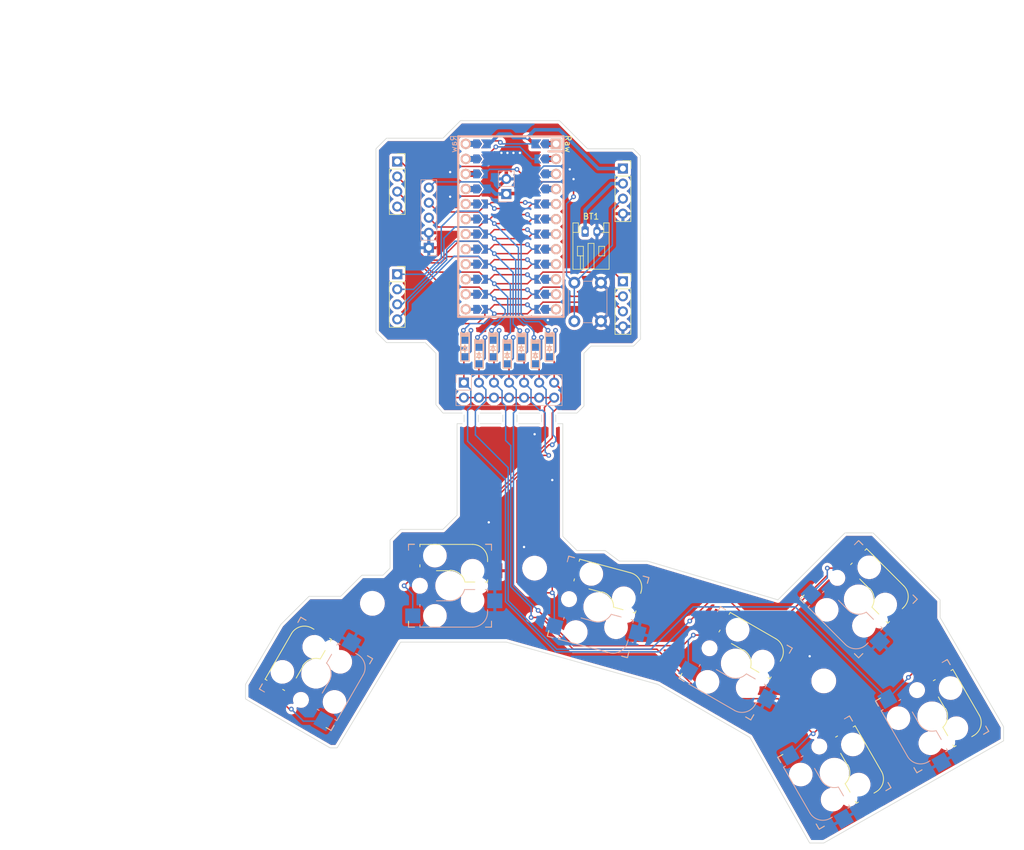
<source format=kicad_pcb>
(kicad_pcb (version 20211014) (generator pcbnew)
  (layers (0 "F.Cu" signal) (31 "B.Cu" signal) (34 "B.Paste" user) (35 "F.Paste" user) (36 "B.SilkS" user "B.Silkscreen") (37 "F.SilkS" user "F.Silkscreen") (38 "B.Mask" user) (39 "F.Mask" user) (44 "Edge.Cuts" user))
  (net 0 "")
  (net 1 "unconnected-(U1-Pad20)")
  (net 2 "RST")
  (net 3 "Bat+")
  (net 4 "row0")
  (net 5 "row1")
  (net 6 "row2")
  (net 7 "row3")
  (net 8 "row4")
  (net 9 "col0")
  (net 10 "col1")
  (net 11 "col2")
  (net 12 "col3")
  (net 13 "col4")
  (net 14 "col5")
  (net 15 "col6")
  (net 16 "GND")
  (net 17 "unconnected-(U1-Pad1)")
  (net 18 "unconnected-(U1-Pad2)")
  (net 19 "unconnected-(U1-Pad7)")
  (net 20 "Net-(BT1-Pad1)")
  (net 21 "Net-(D40-Pad2)")
  (net 22 "Net-(D41-Pad2)")
  (net 23 "Net-(D42-Pad2)")
  (net 24 "Net-(D43-Pad2)")
  (net 25 "Net-(D44-Pad2)")
  (net 26 "Net-(D45-Pad2)")
  (net 27 "Net-(D46-Pad2)")
  (net 28 "VCC")
  (net 29 "SDA")
  (net 30 "SCL")
  (footprint "Connector_JST:JST_PH_S2B-PH-K_1x02_P2.00mm_Horizontal" (layer "F.Cu") (at 106.751653 53.281259)
    (fp_text reference "BT1")
    (fp_text value "Battery_Cell")
  )
  (footprint "mykeeb:Kailh_socket_MX_reversible_1u" (layer "F.Cu") (at 152.922666 115.377498 -45)
    (fp_text reference "K46" hide)
    (fp_text value "KEYSW")
  )
  (footprint "mykeeb:breakaway" (layer "F.Cu") (at 100.607897 83.939133)
    (fp_text reference "H3" hide)
    (fp_text value "Hole" hide)
  )
  (footprint "Connector_PinSocket_2.54mm:PinSocket_1x04_P2.54mm_Vertical" (layer "F.Cu") (at 75.034335 41.443747)
    (fp_text reference "J10" hide)
    (fp_text value "Conn_01x04_Female")
  )
  (footprint "mykeeb:Kailh_socket_MX_reversible_1u" (layer "F.Cu") (at 165.326048 135.136051 -60)
    (fp_text reference "K45" hide)
    (fp_text value "KEYSW")
  )
  (footprint "Connector_PinSocket_2.54mm:PinSocket_1x04_P2.54mm_Vertical" (layer "F.Cu") (at 75.034335 60.493763)
    (fp_text reference "J8" hide)
    (fp_text value "Conn_01x04_Female")
  )
  (footprint "Connector_PinSocket_2.54mm:PinSocket_1x04_P2.54mm_Vertical" (layer "F.Cu") (at 113.134367 42.634373)
    (fp_text reference "J12" hide)
    (fp_text value "Conn_01x04_Female")
  )
  (footprint "mykeeb:my_dual_D_SOD123F_v2b" (layer "F.Cu") (at 86.453501 69.969023 -90)
    (fp_text reference "D46" hide)
    (fp_text value "DIODE" hide)
  )
  (footprint "mykeeb:my_dual_D_SOD123F_v2b" (layer "F.Cu") (at 88.834753 71.159649 -90)
    (fp_text reference "D45" hide)
    (fp_text value "DIODE" hide)
  )
  (footprint "mykeeb:breakaway" (layer "F.Cu") (at 94.059454 83.939133)
    (fp_text reference "H1" hide)
    (fp_text value "Hole" hide)
  )
  (footprint "mykeeb:my_dual_D_SOD123F_v2b" (layer "F.Cu") (at 93.597257 71.159649 -90)
    (fp_text reference "D43" hide)
    (fp_text value "DIODE" hide)
  )
  (footprint "mykeeb:Kailh_socket_MX_reversible_1u" (layer "F.Cu") (at 83.939133 113.10947)
    (fp_text reference "K41" hide)
    (fp_text value "KEYSW")
  )
  (footprint "mykeeb:my_dual_D_SOD123F_v2b" (layer "F.Cu") (at 91.216005 69.969023 -90)
    (fp_text reference "D44" hide)
    (fp_text value "DIODE" hide)
  )
  (footprint "Fiducial:Fiducial_1mm_Mask2mm" (layer "F.Cu") (at 80.962568 67.865682)
    (fp_text reference "FID3" hide)
    (fp_text value "Fiducial")
  )
  (footprint "mykeeb:Kailh_socket_MX_reversible_1.25u" (layer "F.Cu") (at 108.942279 116.681348 -15)
    (fp_text reference "K42" hide)
    (fp_text value "KEYSW")
  )
  (footprint "mykeeb:Kailh_socket_MX_reversible_1u" (layer "F.Cu") (at 148.82825 144.661059 -60)
    (fp_text reference "K44" hide)
    (fp_text value "KEYSW")
  )
  (footprint "mykeeb:breakaway" (layer "F.Cu") (at 87.511011 83.939133)
    (fp_text reference "H2" hide)
    (fp_text value "Hole" hide)
  )
  (footprint "mykeeb:Kailh_socket_MX_reversible_1u" (layer "F.Cu") (at 61.317239 127.992295 60)
    (fp_text reference "K40" hide)
    (fp_text value "KEYSW")
  )
  (footprint "MountingHole:MountingHole_3.2mm_M3" (layer "F.Cu") (at 70.842247 116.086035)
    (fp_text reference "H5" hide)
    (fp_text value "MountingHole")
  )
  (footprint "mykeeb:my_dual_D_SOD123F_v2b" (layer "F.Cu") (at 95.978509 70.018771 -90)
    (fp_text reference "D42" hide)
    (fp_text value "DIODE" hide)
  )
  (footprint "mykeeb:Kailh_socket_MX_reversible_1u" (layer "F.Cu") (at 132.159486 126.206356 -30)
    (fp_text reference "K43" hide)
    (fp_text value "KEYSW")
  )
  (footprint "Fiducial:Fiducial_1mm_Mask2mm" (layer "F.Cu") (at 80.962568 41.67191)
    (fp_text reference "FID1" hide)
    (fp_text value "Fiducial")
  )
  (footprint "MountingHole:MountingHole_3.2mm_M3" (layer "F.Cu") (at 147.042311 129.182921)
    (fp_text reference "H4" hide)
    (fp_text value "MountingHole")
  )
  (footprint "Fiducial:Fiducial_1mm_Mask2mm" (layer "F.Cu") (at 104.775088 80.962568)
    (fp_text reference "FID2" hide)
    (fp_text value "Fiducial")
  )
  (footprint "mykeeb:my_dual_D_SOD123F_v2b" (layer "F.Cu") (at 98.359761 71.159649 -90)
    (fp_text reference "D41" hide)
    (fp_text value "DIODE" hide)
  )
  (footprint "MountingHole:MountingHole_3.2mm_M3" (layer "F.Cu") (at 98.226645 110.132905)
    (fp_text reference "H6" hide)
    (fp_text value "MountingHole")
  )
  (footprint "Connector_PinSocket_2.54mm:PinSocket_1x04_P2.54mm_Vertical" (layer "F.Cu") (at 113.134367 61.684389)
    (fp_text reference "J9" hide)
    (fp_text value "Conn_01x04_Female")
  )
  (footprint "mykeeb:my_dual_D_SOD123F_v2b" (layer "F.Cu") (at 100.741013 69.969023 -90)
    (fp_text reference "D40" hide)
    (fp_text value "DIODE" hide)
  )
  (footprint "Connector_PinHeader_2.54mm:PinHeader_2x07_P2.54mm_Vertical" (layer "B.Cu") (at 86.285257 78.789718 -90)
    (fp_text reference "J3" hide)
    (fp_text value "Conn_02x07_Odd_Even")
  )
  (footprint "Connector_PinSocket_2.54mm:PinSocket_1x05_P2.54mm_Vertical" (layer "B.Cu") (at 80.367152 56.018755)
    (fp_text reference "J11" hide)
    (fp_text value "Conn_01x05")
  )
  (footprint "mykeeb:my_reversible_Pro_Micro" (layer "B.Cu") (at 94.219196 52.437182 -90)
    (fp_text reference "U1" hide)
    (fp_text value "ProMicro" hide)
  )
  (footprint "Connector_PinHeader_2.54mm:PinHeader_1x02_P2.54mm_Vertical" (layer "B.Cu") (at 93.448853 46.930312)
    (fp_text reference "J2" hide)
    (fp_text value "Conn_01x02")
  )
  (footprint "Button_Switch_THT:SW_PUSH_6mm" (layer "B.Cu") (at 104.931237 61.912552 -90)
    (fp_text reference "SW1" hide)
    (fp_text value "SW_Push")
  )
  (gr_rect (start 88.701637 83.939133) (end 92.868828 85.725072) (layer "Edge.Cuts") (width 0.1) (fill none))
  (gr_rect (start 95.25008 83.939133) (end 99.417271 85.725072) (layer "Edge.Cuts") (width 0.1) (fill none))
  (gr_poly (pts (xy 107.15634 39.290658) (xy 114.895409 39.290658) (xy 116.086035 40.481284) (xy 116.110932 71.43756) (xy 114.920306 72.628186) (xy 107.751653 72.628186) (xy 106.561027 73.818812) (xy 106.561027 82.748507) (xy 105.370401 83.939133) (xy 101.798523 83.939133) (xy 101.798523 85.725072) (xy 102.989149 85.725072) (xy 102.989149 104.775088) (xy 105.370401 107.15634) (xy 110.132905 107.15634) (xy 112.514157 108.942279) (xy 117.276661 108.942279) (xy 139.303242 115.490722) (xy 150.614189 104.179775) (xy 155.376693 104.179775) (xy 166.68764 115.490722) (xy 166.68764 118.467287) (xy 177.403274 136.92199) (xy 177.403274 139.303242) (xy 147.042311 156.567319) (xy 144.661059 156.567319) (xy 134.540738 138.707929) (xy 119.0626 129.778234) (xy 93.464141 122.634478) (xy 75.604751 122.634478) (xy 64.889117 140.493868) (xy 63.698491 140.493868) (xy 49.410979 132.223597) (xy 49.410979 129.778234) (xy 55.364109 119.657913) (xy 60.126613 114.895409) (xy 65.48443 114.895409) (xy 69.056308 111.323531) (xy 72.628186 111.323531) (xy 73.818812 110.132905) (xy 73.818812 105.370401) (xy 75.604751 103.584462) (xy 82.748507 103.584462) (xy 85.129759 101.20321) (xy 85.129759 85.725072) (xy 86.320385 85.725072) (xy 86.320385 83.939133) (xy 82.748507 83.939133) (xy 81.557881 82.520344) (xy 81.557881 73.818812) (xy 79.771942 72.032873) (xy 73.223499 72.032873) (xy 71.43756 70.246934) (xy 71.43756 39.290658) (xy 73.223499 37.504719) (xy 82.748507 37.504719) (xy 85.725072 34.528154) (xy 102.418733 34.528154)) (layer "Edge.Cuts") (width 0.1) (fill none))
  (segment (start 97.775196 48.627182) (end 97.013196 49.389182) (width 0.25) (layer "F.Cu") (net 1))
  (segment (start 98.689196 48.627182) (end 97.775196 48.627182) (width 0.25) (layer "F.Cu") (net 1))
  (segment (start 97.013196 49.389182) (end 91.425196 49.389182) (width 0.25) (layer "F.Cu") (net 1))
  (via (at 91.425196 49.389182) (size 0.8) (drill 0.4) (layers "F.Cu" "B.Cu") (net 1))
  (segment (start 89.827196 48.627182) (end 90.663196 48.627182) (width 0.25) (layer "B.Cu") (net 1))
  (segment (start 90.663196 48.627182) (end 91.425196 49.389182) (width 0.25) (layer "B.Cu") (net 1))
  (segment (start 103.480105 44.886371) (end 98.04026 44.886371) (width 0.25) (layer "F.Cu") (net 2))
  (segment (start 96.701071 43.547182) (end 96.018853 43.547182) (width 0.25) (layer "F.Cu") (net 2))
  (segment (start 96.018853 43.547182) (end 95.234792 42.763121) (width 0.25) (layer "F.Cu") (net 2))
  (segment (start 104.799985 47.396877) (end 104.799985 46.206251) (width 0.25) (layer "F.Cu") (net 2))
  (segment (start 104.799985 46.206251) (end 103.480105 44.886371) (width 0.25) (layer "F.Cu") (net 2))
  (segment (start 98.04026 44.886371) (end 96.701071 43.547182) (width 0.25) (layer "F.Cu") (net 2))
  (segment (start 98.689196 43.547182) (end 96.701071 43.547182) (width 0.25) (layer "F.Cu") (net 2))
  (via (at 95.234792 42.763121) (size 0.8) (drill 0.4) (layers "F.Cu" "B.Cu") (net 2))
  (via (at 104.799985 47.396877) (size 0.8) (drill 0.4) (layers "F.Cu" "B.Cu") (net 2))
  (segment (start 90.611257 42.763121) (end 89.827196 43.547182) (width 0.25) (layer "B.Cu") (net 2))
  (segment (start 111.348531 55.588973) (end 111.348531 49.500209) (width 0.25) (layer "B.Cu") (net 2))
  (segment (start 95.234792 42.763121) (end 90.611257 42.763121) (width 0.25) (layer "B.Cu") (net 2))
  (segment (start 104.931237 62.006267) (end 111.348531 55.588973) (width 0.25) (layer "B.Cu") (net 2))
  (segment (start 103.609359 48.587503) (end 104.799985 47.396877) (width 0.25) (layer "B.Cu") (net 2))
  (segment (start 103.609359 60.684389) (end 103.609359 57.517198) (width 0.25) (layer "B.Cu") (net 2))
  (segment (start 111.348531 49.500209) (end 113.134367 47.714373) (width 0.25) (layer "B.Cu") (net 2))
  (segment (start 103.609359 57.517198) (end 103.609359 48.587503) (width 0.25) (layer "B.Cu") (net 2))
  (segment (start 104.931237 68.506267) (end 104.931237 62.006267) (width 0.25) (layer "B.Cu") (net 2))
  (segment (start 104.931237 62.006267) (end 103.609359 60.684389) (width 0.25) (layer "B.Cu") (net 2))
  (segment (start 98.082609 38.467182) (end 97.020731 37.405304) (width 0.6) (layer "F.Cu") (net 3))
  (segment (start 98.689196 38.467182) (end 98.082609 38.467182) (width 0.25) (layer "F.Cu") (net 3))
  (via (at 97.020731 37.405304) (size 0.8) (drill 0.4) (layers "F.Cu" "B.Cu") (net 3))
  (segment (start 94.044166 36.809991) (end 94.639479 37.405304) (width 0.6) (layer "B.Cu") (net 3))
  (segment (start 108.967176 42.634373) (end 113.134367 42.634373) (width 0.6) (layer "B.Cu") (net 3))
  (segment (start 92.85354 36.809991) (end 94.044166 36.809991) (width 0.6) (layer "B.Cu") (net 3))
  (segment (start 94.639479 37.405304) (end 95.830105 37.405304) (width 0.6) (layer "B.Cu") (net 3))
  (segment (start 102.418733 36.08593) (end 108.967176 42.634373) (width 0.6) (layer "B.Cu") (net 3))
  (segment (start 97.616044 36.809991) (end 97.616044 36.721428) (width 0.6) (layer "B.Cu") (net 3))
  (segment (start 89.827196 38.467182) (end 90.601036 38.467182) (width 0.25) (layer "B.Cu") (net 3))
  (segment (start 90.601036 38.467182) (end 92.258227 36.809991) (width 0.6) (layer "B.Cu") (net 3))
  (segment (start 98.251542 36.08593) (end 102.418733 36.08593) (width 0.6) (layer "B.Cu") (net 3))
  (segment (start 92.258227 36.809991) (end 92.85354 36.809991) (width 0.6) (layer "B.Cu") (net 3))
  (segment (start 97.616044 36.721428) (end 98.251542 36.08593) (width 0.6) (layer "B.Cu") (net 3))
  (segment (start 97.020731 37.405304) (end 97.616044 36.809991) (width 0.6) (layer "B.Cu") (net 3))
  (segment (start 95.830105 37.405304) (end 97.020731 37.405304) (width 0.6) (layer "B.Cu") (net 3))
  (segment (start 80.111927 58.112552) (end 78.606316 56.606941) (width 0.25) (layer "F.Cu") (net 4))
  (segment (start 82.178194 58.112552) (end 80.111927 58.112552) (width 0.25) (layer "F.Cu") (net 4))
  (segment (start 78.606316 44.420353) (end 75.62971 41.443747) (width 0.25) (layer "F.Cu") (net 4))
  (segment (start 88.748947 54.907993) (end 85.382753 54.907993) (width 0.25) (layer "F.Cu") (net 4))
  (segment (start 85.382753 54.907993) (end 82.178194 58.112552) (width 0.25) (layer "F.Cu") (net 4))
  (segment (start 89.829196 55.988242) (end 88.748947 54.907993) (width 0.25) (layer "F.Cu") (net 4))
  (segment (start 89.829196 56.247182) (end 89.829196 55.988242) (width 0.25) (layer "F.Cu") (net 4))
  (segment (start 90.663196 56.247182) (end 89.829196 56.247182) (width 0.25) (layer "F.Cu") (net 4))
  (segment (start 78.606316 56.606941) (end 78.606316 44.420353) (width 0.25) (layer "F.Cu") (net 4))
  (segment (start 97.013196 55.485182) (end 91.425196 55.485182) (width 0.25) (layer "F.Cu") (net 4))
  (segment (start 75.62971 41.443747) (end 75.034335 41.443747) (width 0.25) (layer "F.Cu") (net 4))
  (segment (start 91.425196 55.485182) (end 90.663196 56.247182) (width 0.25) (layer "F.Cu") (net 4))
  (via (at 97.013196 55.485182) (size 0.8) (drill 0.4) (layers "F.Cu" "B.Cu") (net 4))
  (segment (start 98.687196 56.247182) (end 97.775196 56.247182) (width 0.25) (layer "B.Cu") (net 4))
  (segment (start 97.775196 56.247182) (end 97.013196 55.485182) (width 0.25) (layer "B.Cu") (net 4))
  (segment (start 89.829196 58.528242) (end 88.818193 57.517239) (width 0.25) (layer "F.Cu") (net 5))
  (segment (start 91.425196 58.025182) (end 90.663196 58.787182) (width 0.25) (layer "F.Cu") (net 5))
  (segment (start 90.663196 58.787182) (end 89.829196 58.787182) (width 0.25) (layer "F.Cu") (net 5))
  (segment (start 89.829196 58.787182) (end 89.829196 58.528242) (width 0.25) (layer "F.Cu") (net 5))
  (segment (start 79.92573 58.562072) (end 78.156796 56.793138) (width 0.25) (layer "F.Cu") (net 5))
  (segment (start 78.156796 56.793138) (end 78.156796 47.106208) (width 0.25) (layer "F.Cu") (net 5))
  (segment (start 82.364391 58.562072) (end 79.92573 58.562072) (width 0.25) (layer "F.Cu") (net 5))
  (segment (start 83.409225 57.517239) (end 82.364391 58.562072) (width 0.25) (layer "F.Cu") (net 5))
  (segment (start 97.013196 58.025182) (end 91.425196 58.025182) (width 0.25) (layer "F.Cu") (net 5))
  (segment (start 88.818193 57.517239) (end 83.409225 57.517239) (width 0.25) (layer "F.Cu") (net 5))
  (segment (start 78.156796 47.106208) (end 75.034335 43.983747) (width 0.25) (layer "F.Cu") (net 5))
  (via (at 97.013196 58.025182) (size 0.8) (drill 0.4) (layers "F.Cu" "B.Cu") (net 5))
  (segment (start 98.687196 58.787182) (end 97.775196 58.787182) (width 0.25) (layer "B.Cu") (net 5))
  (segment (start 97.775196 58.787182) (end 97.013196 58.025182) (width 0.25) (layer "B.Cu") (net 5))
  (segment (start 77.707276 56.979335) (end 77.707276 49.196688) (width 0.25) (layer "F.Cu") (net 6))
  (segment (start 90.663196 61.327182) (end 89.829196 61.327182) (width 0.25) (layer "F.Cu") (net 6))
  (segment (start 97.013196 60.565182) (end 91.425196 60.565182) (width 0.25) (layer "F.Cu") (net 6))
  (segment (start 88.887325 60.126371) (end 80.854312 60.126371) (width 0.25) (layer "F.Cu") (net 6))
  (segment (start 89.829196 61.068242) (end 88.887325 60.126371) (width 0.25) (layer "F.Cu") (net 6))
  (segment (start 91.425196 60.565182) (end 90.663196 61.327182) (width 0.25) (layer "F.Cu") (net 6))
  (segment (start 80.854312 60.126371) (end 77.707276 56.979335) (width 0.25) (layer "F.Cu") (net 6))
  (segment (start 77.707276 49.196688) (end 75.034335 46.523747) (width 0.25) (layer "F.Cu") (net 6))
  (via (at 97.013196 60.565182) (size 0.8) (drill 0.4) (layers "F.Cu" "B.Cu") (net 6))
  (segment (start 97.775196 61.327182) (end 97.013196 60.565182) (width 0.25) (layer "B.Cu") (net 6))
  (segment (start 98.687196 61.327182) (end 97.775196 61.327182) (width 0.25) (layer "B.Cu") (net 6))
  (segment (start 91.425196 63.105182) (end 90.663196 63.867182) (width 0.25) (layer "F.Cu") (net 7))
  (segment (start 97.013196 63.105182) (end 91.425196 63.105182) (width 0.25) (layer "F.Cu") (net 7))
  (segment (start 88.887325 62.666371) (end 82.758594 62.666371) (width 0.25) (layer "F.Cu") (net 7))
  (segment (start 82.758594 62.666371) (end 77.257756 57.165532) (width 0.25) (layer "F.Cu") (net 7))
  (segment (start 89.829196 63.608242) (end 88.887325 62.666371) (width 0.25) (layer "F.Cu") (net 7))
  (segment (start 77.257756 51.287168) (end 75.034335 49.063747) (width 0.25) (layer "F.Cu") (net 7))
  (segment (start 77.257756 57.165532) (end 77.257756 51.287168) (width 0.25) (layer "F.Cu") (net 7))
  (segment (start 89.829196 63.867182) (end 89.829196 63.608242) (width 0.25) (layer "F.Cu") (net 7))
  (segment (start 90.663196 63.867182) (end 89.829196 63.867182) (width 0.25) (layer "F.Cu") (net 7))
  (via (at 97.013196 63.105182) (size 0.8) (drill 0.4) (layers "F.Cu" "B.Cu") (net 7))
  (segment (start 98.687196 63.867182) (end 97.775196 63.867182) (width 0.25) (layer "B.Cu") (net 7))
  (segment (start 97.775196 63.867182) (end 97.013196 63.105182) (width 0.25) (layer "B.Cu") (net 7))
  (segment (start 84.380249 80.734405) (end 84.380249 70.018771) (width 0.25) (layer "F.Cu") (net 8))
  (segment (start 93.905257 81.329718) (end 91.365257 81.329718) (width 0.25) (layer "F.Cu") (net 8))
  (segment (start 99.417271 87.511011) (end 98.226645 87.511011) (width 0.25) (layer "F.Cu") (net 8))
  (segment (start 89.829196 67.546389) (end 89.829196 66.407182) (width 0.25) (layer "F.Cu") (net 8))
  (segment (start 97.013196 65.645182) (end 91.425196 65.645182) (width 0.25) (layer "F.Cu") (net 8))
  (segment (start 85.570875 68.828145) (end 88.54744 68.828145) (width 0.25) (layer "F.Cu") (net 8))
  (segment (start 98.985257 81.329718) (end 96.445257 81.329718) (width 0.25) (layer "F.Cu") (net 8))
  (segment (start 99.888643 82.966332) (end 99.888643 87.039639) (width 0.25) (layer "F.Cu") (net 8))
  (segment (start 84.380249 70.018771) (end 85.570875 68.828145) (width 0.25) (layer "F.Cu") (net 8))
  (segment (start 88.825257 81.329718) (end 86.285257 81.329718) (width 0.25) (layer "F.Cu") (net 8))
  (segment (start 91.425196 65.645182) (end 90.663196 66.407182) (width 0.25) (layer "F.Cu") (net 8))
  (segment (start 91.365257 81.329718) (end 88.825257 81.329718) (width 0.25) (layer "F.Cu") (net 8))
  (segment (start 101.525257 81.329718) (end 98.985257 81.329718) (width 0.25) (layer "F.Cu") (net 8))
  (segment (start 86.285257 81.329718) (end 84.975562 81.329718) (width 0.25) (layer "F.Cu") (net 8))
  (segment (start 96.445257 81.329718) (end 93.905257 81.329718) (width 0.25) (layer "F.Cu") (net 8))
  (segment (start 90.663196 66.407182) (end 89.829196 66.407182) (width 0.25) (layer "F.Cu") (net 8))
  (segment (start 99.888643 87.039639) (end 99.417271 87.511011) (width 0.25) (layer "F.Cu") (net 8))
  (segment (start 101.525257 81.329718) (end 99.888643 82.966332) (width 0.25) (layer "F.Cu") (net 8))
  (segment (start 84.975562 81.329718) (end 84.380249 80.734405) (width 0.25) (layer "F.Cu") (net 8))
  (segment (start 88.54744 68.828145) (end 89.829196 67.546389) (width 0.25) (layer "F.Cu") (net 8))
  (via (at 97.013196 65.645182) (size 0.8) (drill 0.4) (layers "F.Cu" "B.Cu") (net 8))
  (via (at 101.20321 95.25008) (size 0.8) (drill 0.4) (layers "F.Cu" "B.Cu") (net 8))
  (via (at 98.226645 87.511011) (size 0.8) (drill 0.4) (layers "F.Cu" "B.Cu") (net 8))
  (via (at 96.440706 106.561027) (size 0.8) (drill 0.4) (layers "F.Cu" "B.Cu") (net 8))
  (via (at 90.487576 102.393836) (size 0.8) (drill 0.4) (layers "F.Cu" "B.Cu") (net 8))
  (via (at 144.661059 125.01573) (size 0.8) (drill 0.4) (layers "F.Cu" "B.Cu") (net 8))
  (segment (start 98.687196 66.407182) (end 97.775196 66.407182) (width 0.25) (layer "B.Cu") (net 8))
  (segment (start 97.775196 66.407182) (end 97.013196 65.645182) (width 0.25) (layer "B.Cu") (net 8))
  (segment (start 97.775196 51.167182) (end 97.013196 51.929182) (width 0.25) (layer "F.Cu") (net 9))
  (segment (start 97.013196 51.929182) (end 91.425196 51.929182) (width 0.25) (layer "F.Cu") (net 9))
  (segment (start 98.689196 51.167182) (end 97.775196 51.167182) (width 0.25) (layer "F.Cu") (net 9))
  (via (at 91.425196 51.929182) (size 0.8) (drill 0.4) (layers "F.Cu" "B.Cu") (net 9))
  (segment (start 89.827196 50.908242) (end 88.746947 49.827993) (width 0.25) (layer "B.Cu") (net 9))
  (segment (start 82.469677 57.699711) (end 79.675627 60.493763) (width 0.25) (layer "B.Cu") (net 9))
  (segment (start 95.493756 67.372588) (end 95.493756 55.997742) (width 0.25) (layer "B.Cu") (net 9))
  (segment (start 99.015652 68.497662) (end 100.487013 69.969023) (width 0.25) (layer "B.Cu") (net 9))
  (segment (start 85.104792 49.827993) (end 82.469677 52.463108) (width 0.25) (layer "B.Cu") (net 9))
  (segment (start 82.469677 52.463108) (end 82.469677 57.699711) (width 0.25) (layer "B.Cu") (net 9))
  (segment (start 89.827196 51.167182) (end 89.827196 50.908242) (width 0.25) (layer "B.Cu") (net 9))
  (segment (start 88.746947 49.827993) (end 85.104792 49.827993) (width 0.25) (layer "B.Cu") (net 9))
  (segment (start 89.827196 51.167182) (end 90.663196 51.167182) (width 0.25) (layer "B.Cu") (net 9))
  (segment (start 90.663196 51.167182) (end 91.425196 51.929182) (width 0.25) (layer "B.Cu") (net 9))
  (segment (start 79.675627 60.493763) (end 75.034335 60.493763) (width 0.25) (layer "B.Cu") (net 9))
  (segment (start 96.61883 68.497662) (end 95.493756 67.372588) (width 0.25) (layer "B.Cu") (net 9))
  (segment (start 96.61883 68.497662) (end 99.015652 68.497662) (width 0.25) (layer "B.Cu") (net 9))
  (segment (start 95.493756 55.997742) (end 91.425196 51.929182) (width 0.25) (layer "B.Cu") (net 9))
  (segment (start 97.013196 54.469182) (end 91.425196 54.469182) (width 0.25) (layer "F.Cu") (net 10))
  (segment (start 97.775196 53.707182) (end 97.013196 54.469182) (width 0.25) (layer "F.Cu") (net 10))
  (segment (start 98.689196 53.707182) (end 97.775196 53.707182) (width 0.25) (layer "F.Cu") (net 10))
  (via (at 91.425196 54.469182) (size 0.8) (drill 0.4) (layers "F.Cu" "B.Cu") (net 10))
  (segment (start 90.663196 53.707182) (end 91.425196 54.469182) (width 0.25) (layer "B.Cu") (net 10))
  (segment (start 91.425196 54.469182) (end 95.044236 58.088222) (width 0.25) (layer "B.Cu") (net 10))
  (segment (start 77.771342 63.033763) (end 75.034335 63.033763) (width 0.25) (layer "B.Cu") (net 10))
  (segment (start 89.827196 53.707182) (end 90.663196 53.707182) (width 0.25) (layer "B.Cu") (net 10))
  (segment (start 96.432633 68.947182) (end 96.947534 68.947182) (width 0.25) (layer "B.Cu") (net 10))
  (segment (start 98.105761 70.105409) (end 98.105761 71.159649) (width 0.25) (layer "B.Cu") (net 10))
  (segment (start 82.919197 54.39484) (end 82.919197 57.885908) (width 0.25) (layer "B.Cu") (net 10))
  (segment (start 95.044236 67.558786) (end 96.432633 68.947182) (width 0.25) (layer "B.Cu") (net 10))
  (segment (start 84.807666 52.506371) (end 82.919197 54.39484) (width 0.25) (layer "B.Cu") (net 10))
  (segment (start 95.044236 58.088222) (end 95.044236 67.558786) (width 0.25) (layer "B.Cu") (net 10))
  (segment (start 88.885325 52.506371) (end 84.807666 52.506371) (width 0.25) (layer "B.Cu") (net 10))
  (segment (start 82.919197 57.885908) (end 77.771342 63.033763) (width 0.25) (layer "B.Cu") (net 10))
  (segment (start 89.827196 53.448242) (end 88.885325 52.506371) (width 0.25) (layer "B.Cu") (net 10))
  (segment (start 96.947534 68.947182) (end 98.105761 70.105409) (width 0.25) (layer "B.Cu") (net 10))
  (segment (start 89.827196 53.707182) (end 89.827196 53.448242) (width 0.25) (layer "B.Cu") (net 10))
  (segment (start 97.775196 56.247182) (end 97.013196 57.009182) (width 0.25) (layer "F.Cu") (net 11))
  (segment (start 97.013196 57.009182) (end 91.425196 57.009182) (width 0.25) (layer "F.Cu") (net 11))
  (segment (start 98.689196 56.247182) (end 97.775196 56.247182) (width 0.25) (layer "F.Cu") (net 11))
  (via (at 91.425196 57.009182) (size 0.8) (drill 0.4) (layers "F.Cu" "B.Cu") (net 11))
  (segment (start 89.827196 56.247182) (end 89.827196 55.988242) (width 0.25) (layer "B.Cu") (net 11))
  (segment (start 90.663196 56.247182) (end 91.425196 57.009182) (width 0.25) (layer "B.Cu") (net 11))
  (segment (start 91.425196 57.009182) (end 94.594716 60.178702) (width 0.25) (layer "B.Cu") (net 11))
  (segment (start 84.787296 54.907993) (end 83.368717 56.326572) (width 0.25) (layer "B.Cu") (net 11))
  (segment (start 89.827196 56.247182) (end 90.663196 56.247182) (width 0.25) (layer "B.Cu") (net 11))
  (segment (start 75.86706 65.573763) (end 75.034335 65.573763) (width 0.25) (layer "B.Cu") (net 11))
  (segment (start 94.594716 60.178702) (end 94.594716 68.888978) (width 0.25) (layer "B.Cu") (net 11))
  (segment (start 94.594716 68.888978) (end 95.724509 70.018771) (width 0.25) (layer "B.Cu") (net 11))
  (segment (start 83.368717 58.072106) (end 75.86706 65.573763) (width 0.25) (layer "B.Cu") (net 11))
  (segment (start 88.746947 54.907993) (end 84.787296 54.907993) (width 0.25) (layer "B.Cu") (net 11))
  (segment (start 83.368717 56.326572) (end 83.368717 58.072106) (width 0.25) (layer "B.Cu") (net 11))
  (segment (start 89.827196 55.988242) (end 88.746947 54.907993) (width 0.25) (layer "B.Cu") (net 11))
  (segment (start 98.689196 58.787182) (end 97.775196 58.787182) (width 0.25) (layer "F.Cu") (net 12))
  (segment (start 97.775196 58.787182) (end 97.013196 59.549182) (width 0.25) (layer "F.Cu") (net 12))
  (segment (start 97.013196 59.549182) (end 91.425196 59.549182) (width 0.25) (layer "F.Cu") (net 12))
  (via (at 91.425196 59.549182) (size 0.8) (drill 0.4) (layers "F.Cu" "B.Cu") (net 12))
  (segment (start 76.820274 66.327824) (end 75.034335 68.113763) (width 0.25) (layer "B.Cu") (net 12))
  (segment (start 94.145196 70.35771) (end 93.343257 71.159649) (width 0.25) (layer "B.Cu") (net 12))
  (segment (start 89.827196 58.787182) (end 90.663196 58.787182) (width 0.25) (layer "B.Cu") (net 12))
  (segment (start 89.827196 58.528242) (end 88.746947 57.447993) (width 0.25) (layer "B.Cu") (net 12))
  (segment (start 89.827196 58.787182) (end 89.827196 58.528242) (width 0.25) (layer "B.Cu") (net 12))
  (segment (start 90.663196 58.787182) (end 91.425196 59.549182) (width 0.25) (layer "B.Cu") (net 12))
  (segment (start 76.820274 65.256267) (end 76.820274 66.327824) (width 0.25) (layer "B.Cu") (net 12))
  (segment (start 91.425196 59.549182) (end 94.145196 62.269182) (width 0.25) (layer "B.Cu") (net 12))
  (segment (start 84.628548 57.447993) (end 76.820274 65.256267) (width 0.25) (layer "B.Cu") (net 12))
  (segment (start 88.746947 57.447993) (end 84.628548 57.447993) (width 0.25) (layer "B.Cu") (net 12))
  (segment (start 94.145196 62.269182) (end 94.145196 70.35771) (width 0.25) (layer "B.Cu") (net 12))
  (segment (start 98.689196 61.068242) (end 99.631067 60.126371) (width 0.25) (layer "F.Cu") (net 13))
  (segment (start 98.689196 61.327182) (end 97.775196 61.327182) (width 0.25) (layer "F.Cu") (net 13))
  (segment (start 97.775196 61.327182) (end 97.013196 62.089182) (width 0.25) (layer "F.Cu") (net 13))
  (segment (start 98.689196 61.327182) (end 98.689196 61.068242) (width 0.25) (layer "F.Cu") (net 13))
  (segment (start 111.576349 60.126371) (end 113.134367 61.684389) (width 0.25) (layer "F.Cu") (net 13))
  (segment (start 99.631067 60.126371) (end 111.576349 60.126371) (width 0.25) (layer "F.Cu") (net 13))
  (segment (start 97.013196 62.089182) (end 91.425196 62.089182) (width 0.25) (layer "F.Cu") (net 13))
  (via (at 91.425196 62.089182) (size 0.8) (drill 0.4) (layers "F.Cu" "B.Cu") (net 13))
  (segment (start 93.695676 67.292192) (end 91.018845 69.969023) (width 0.25) (layer "B.Cu") (net 13))
  (segment (start 91.018845 69.969023) (end 90.962005 69.969023) (width 0.25) (layer "B.Cu") (net 13))
  (segment (start 90.663196 61.327182) (end 91.425196 62.089182) (width 0.25) (layer "B.Cu") (net 13))
  (segment (start 91.425196 62.089182) (end 93.695676 64.359662) (width 0.25) (layer "B.Cu") (net 13))
  (segment (start 93.695676 64.359662) (end 93.695676 67.292192) (width 0.25) (layer "B.Cu") (net 13))
  (segment (start 89.827196 61.327182) (end 90.663196 61.327182) (width 0.25) (layer "B.Cu") (net 13))
  (segment (start 104.36342 64.224389) (end 113.134367 64.224389) (width 0.25) (layer "F.Cu") (net 14))
  (segment (start 99.631067 62.666371) (end 102.805402 62.666371) (width 0.25) (layer "F.Cu") (net 14))
  (segment (start 98.689196 63.867182) (end 98.689196 63.608242) (width 0.25) (layer "F.Cu") (net 14))
  (segment (start 97.775196 63.867182) (end 97.013196 64.629182) (width 0.25) (layer "F.Cu") (net 14))
  (segment (start 102.805402 62.666371) (end 104.36342 64.224389) (width 0.25) (layer "F.Cu") (net 14))
  (segment (start 97.013196 64.629182) (end 91.425196 64.629182) (width 0.25) (layer "F.Cu") (net 14))
  (segment (start 98.689196 63.867182) (end 97.775196 63.867182) (width 0.25) (layer "F.Cu") (net 14))
  (segment (start 98.689196 63.608242) (end 99.631067 62.666371) (width 0.25) (layer "F.Cu") (net 14))
  (via (at 91.425196 64.629182) (size 0.8) (drill 0.4) (layers "F.Cu" "B.Cu") (net 14))
  (segment (start 89.827196 63.867182) (end 90.663196 63.867182) (width 0.25) (layer "B.Cu") (net 14))
  (segment (start 93.246156 67.105994) (end 91.973525 68.378625) (width 0.25) (layer "B.Cu") (net 14))
  (segment (start 90.663196 63.867182) (end 91.425196 64.629182) (width 0.25) (layer "B.Cu") (net 14))
  (segment (start 91.973525 68.378625) (end 91.361777 68.378625) (width 0.25) (layer "B.Cu") (net 14))
  (segment (start 91.361777 68.378625) (end 88.580753 71.159649) (width 0.25) (layer "B.Cu") (net 14))
  (segment (start 93.246156 66.450142) (end 93.246156 67.105994) (width 0.25) (layer "B.Cu") (net 14))
  (segment (start 91.425196 64.629182) (end 93.246156 66.450142) (width 0.25) (layer "B.Cu") (net 14))
  (segment (start 97.775196 66.407182) (end 97.013196 67.169182) (width 0.25) (layer "F.Cu") (net 15))
  (segment (start 98.689196 66.407182) (end 97.775196 66.407182) (width 0.25) (layer "F.Cu") (net 15))
  (segment (start 98.689196 66.148242) (end 99.631067 65.206371) (width 0.25) (layer "F.Cu") (net 15))
  (segment (start 111.576349 65.206371) (end 113.134367 66.764389) (width 0.25) (layer "F.Cu") (net 15))
  (segment (start 99.631067 65.206371) (end 111.576349 65.206371) (width 0.25) (layer "F.Cu") (net 15))
  (segment (start 98.689196 66.407182) (end 98.689196 66.148242) (width 0.25) (layer "F.Cu") (net 15))
  (segment (start 97.013196 67.169182) (end 91.425196 67.169182) (width 0.25) (layer "F.Cu") (net 15))
  (via (at 91.425196 67.169182) (size 0.8) (drill 0.4) (layers "F.Cu" "B.Cu") (net 15))
  (segment (start 90.663196 66.407182) (end 91.425196 67.169182) (width 0.25) (layer "B.Cu") (net 15))
  (segment (start 89.766233 68.828145) (end 91.425196 67.169182) (width 0.25) (layer "B.Cu") (net 15))
  (segment (start 89.827196 66.407182) (end 90.663196 66.407182) (width 0.25) (layer "B.Cu") (net 15))
  (segment (start 87.340379 68.828145) (end 89.766233 68.828145) (width 0.25) (layer "B.Cu") (net 15))
  (segment (start 86.199501 69.969023) (end 87.340379 68.828145) (width 0.25) (layer "B.Cu") (net 15))
  (segment (start 89.829196 46.346122) (end 88.887325 47.287993) (width 0.25) (layer "F.Cu") (net 16))
  (segment (start 88.887325 47.287993) (end 84.927824 47.287993) (width 0.25) (layer "F.Cu") (net 16))
  (segment (start 89.139197 42.277183) (end 84.916677 42.277183) (width 0.25) (layer "F.Cu") (net 16))
  (segment (start 84.073058 47.287993) (end 83.964133 47.396918) (width 0.25) (layer "F.Cu") (net 16))
  (segment (start 98.689196 41.007182) (end 98.283196 41.007182) (width 0.25) (layer "F.Cu") (net 16))
  (segment (start 89.829196 46.087182) (end 89.829196 46.346122) (width 0.25) (layer "F.Cu") (net 16))
  (segment (start 84.927824 47.287993) (end 84.073058 47.287993) (width 0.25) (layer "F.Cu") (net 16))
  (segment (start 90.409196 46.087182) (end 91.751983 46.087182) (width 0.6) (layer "F.Cu") (net 16))
  (segment (start 93.448853 42.285525) (end 95.743196 39.991182) (width 0.6) (layer "F.Cu") (net 16))
  (segment (start 97.013196 39.991182) (end 95.743196 39.991182) (width 0.6) (layer "F.Cu") (net 16))
  (segment (start 93.448853 44.390312) (end 93.448853 42.285525) (width 0.6) (layer "F.Cu") (net 16))
  (segment (start 90.409196 43.547182) (end 93.965196 39.991182) (width 0.6) (layer "F.Cu") (net 16))
  (segment (start 93.965196 39.991182) (end 95.743196 39.991182) (width 0.6) (layer "F.Cu") (net 16))
  (segment (start 89.829196 46.087182) (end 90.409196 46.087182) (width 0.25) (layer "F.Cu") (net 16))
  (segment (start 97.267196 40.245182) (end 97.013196 39.991182) (width 0.6) (layer "F.Cu") (net 16))
  (segment (start 89.829196 43.547182) (end 90.409196 43.547182) (width 0.25) (layer "F.Cu") (net 16))
  (segment (start 91.751983 46.087182) (end 93.448853 44.390312) (width 0.6) (layer "F.Cu") (net 16))
  (segment (start 98.029196 41.007182) (end 97.267196 40.245182) (width 0.6) (layer "F.Cu") (net 16))
  (segment (start 98.283196 41.007182) (end 98.029196 41.007182) (width 0.25) (layer "F.Cu") (net 16))
  (segment (start 90.409196 43.547182) (end 89.139197 42.277183) (width 0.25) (layer "F.Cu") (net 16))
  (segment (start 84.916677 42.277183) (end 83.964133 43.229727) (width 0.25) (layer "F.Cu") (net 16))
  (via (at 100.4537 68.232832) (size 0.8) (drill 0.4) (layers "F.Cu" "B.Cu") (net 16))
  (via (at 83.964133 43.229727) (size 0.8) (drill 0.4) (layers "F.Cu" "B.Cu") (net 16))
  (via (at 95.743196 39.991182) (size 0.8) (drill 0.4) (layers "F.Cu" "B.Cu") (net 16))
  (via (at 104.799985 44.420312) (size 0.8) (drill 0.4) (layers "F.Cu" "B.Cu") (net 16))
  (via (at 104.164487 42.763121) (size 0.8) (drill 0.4) (layers "F.Cu" "B.Cu") (net 16))
  (via (at 94.653196 39.991182) (size 0.8) (drill 0.4) (layers "F.Cu" "B.Cu") (net 16))
  (via (at 83.964133 47.396918) (size 0.8) (drill 0.4) (layers "F.Cu" "B.Cu") (net 16))
  (via (at 92.621196 39.991182) (size 0.8) (drill 0.4) (layers "F.Cu" "B.Cu") (net 16))
  (via (at 93.637196 39.991182) (size 0.8) (drill 0.4) (layers "F.Cu" "B.Cu") (net 16))
  (segment (start 98.029196 46.087182) (end 97.644776 46.471602) (width 0.25) (layer "B.Cu") (net 16))
  (segment (start 99.629067 44.886371) (end 98.687196 45.828242) (width 0.25) (layer "B.Cu") (net 16))
  (segment (start 95.743196 41.515182) (end 95.743196 39.991182) (width 0.6) (layer "B.Cu") (net 16))
  (segment (start 95.943276 49.424735) (end 95.943276 67.18639) (width 0.25) (layer "B.Cu") (net 16))
  (segment (start 98.687196 43.547182) (end 98.687196 43.288242) (width 0.25) (layer "B.Cu") (net 16))
  (segment (start 98.687196 43.288242) (end 99.767445 42.207993) (width 0.25) (layer "B.Cu") (net 16))
  (segment (start 94.653196 39.991182) (end 93.637196 39.991182) (width 0.6) (layer "B.Cu") (net 16))
  (segment (start 96.554776 46.471602) (end 95.234792 47.791586) (width 0.25) (layer "B.Cu") (net 16))
  (segment (start 99.767445 42.207993) (end 103.609359 42.207993) (width 0.25) (layer "B.Cu") (net 16))
  (segment (start 98.687196 45.828242) (end 98.687196 46.087182) (width 0.25) (layer "B.Cu") (net 16))
  (segment (start 97.775196 45.833182) (end 97.775196 43.547182) (width 0.6) (layer "B.Cu") (net 16))
  (segment (start 97.644776 46.471602) (end 96.554776 46.471602) (width 0.25) (layer "B.Cu") (net 16))
  (segment (start 96.805028 68.048142) (end 100.26901 68.048142) (width 0.25) (layer "B.Cu") (net 16))
  (segment (start 95.234792 48.716251) (end 95.943276 49.424735) (width 0.25) (layer "B.Cu") (net 16))
  (segment (start 100.26901 68.048142) (end 100.4537 68.232832) (width 0.25) (layer "B.Cu") (net 16))
  (segment (start 98.687196 46.087182) (end 98.029196 46.087182) (width 0.25) (layer "B.Cu") (net 16))
  (segment (start 90.409196 41.007182) (end 89.827196 41.007182) (width 0.25) (layer "B.Cu") (net 16))
  (segment (start 95.743196 39.991182) (end 94.653196 39.991182) (width 0.6) (layer "B.Cu") (net 16))
  (segment (start 91.425196 39.991182) (end 90.409196 41.007182) (width 0.6) (layer "B.Cu") (net 16))
  (segment (start 92.621196 39.991182) (end 91.425196 39.991182) (width 0.6) (layer "B.Cu") (net 16))
  (segment (start 93.637196 39.991182) (end 92.621196 39.991182) (width 0.6) (layer "B.Cu") (net 16))
  (segment (start 98.687196 43.547182) (end 97.775196 43.547182) (width 0.25) (layer "B.Cu") (net 16))
  (segment (start 104.333926 44.886371) (end 99.629067 44.886371) (width 0.25) (layer "B.Cu") (net 16))
  (segment (start 98.687196 43.547182) (end 98.687196 43.069182) (width 0.25) (layer "B.Cu") (net 16))
  (segment (start 95.943276 67.18639) (end 96.805028 68.048142) (width 0.25) (layer "B.Cu") (net 16))
  (segment (start 95.234792 47.791586) (end 95.234792 48.716251) (width 0.25) (layer "B.Cu") (net 16))
  (segment (start 104.799985 44.420312) (end 104.333926 44.886371) (width 0.25) (layer "B.Cu") (net 16))
  (segment (start 97.775196 43.547182) (end 95.743196 41.515182) (width 0.6) (layer "B.Cu") (net 16))
  (segment (start 103.609359 42.207993) (end 104.164487 42.763121) (width 0.25) (layer "B.Cu") (net 16))
  (segment (start 98.029196 46.087182) (end 97.775196 45.833182) (width 0.6) (layer "B.Cu") (net 16))
  (segment (start 92.187196 37.959182) (end 90.337196 37.959182) (width 0.25) (layer "F.Cu") (net 17))
  (segment (start 92.441196 38.213182) (end 92.187196 37.959182) (width 0.25) (layer "F.Cu") (net 17))
  (segment (start 90.337196 37.959182) (end 89.829196 38.467182) (width 0.25) (layer "F.Cu") (net 17))
  (via (at 92.441196 38.213182) (size 0.8) (drill 0.4) (layers "F.Cu" "B.Cu") (net 17))
  (segment (start 92.695196 38.467182) (end 98.687196 38.467182) (width 0.25) (layer "B.Cu") (net 17))
  (segment (start 92.441196 38.213182) (end 92.695196 38.467182) (width 0.25) (layer "B.Cu") (net 17))
  (segment (start 89.829196 40.825182) (end 91.679196 38.975182) (width 0.25) (layer "F.Cu") (net 18))
  (segment (start 89.829196 41.007182) (end 89.829196 40.825182) (width 0.25) (layer "F.Cu") (net 18))
  (via (at 91.679196 38.975182) (size 0.8) (drill 0.4) (layers "F.Cu" "B.Cu") (net 18))
  (segment (start 95.75181 38.975182) (end 97.78381 41.007182) (width 0.25) (layer "B.Cu") (net 18))
  (segment (start 91.679196 38.975182) (end 95.75181 38.975182) (width 0.25) (layer "B.Cu") (net 18))
  (segment (start 97.78381 41.007182) (end 98.687196 41.007182) (width 0.25) (layer "B.Cu") (net 18))
  (segment (start 97.013196 52.945182) (end 91.425196 52.945182) (width 0.25) (layer "F.Cu") (net 19))
  (segment (start 91.425196 52.945182) (end 90.663196 53.707182) (width 0.25) (layer "F.Cu") (net 19))
  (segment (start 90.663196 53.707182) (end 89.829196 53.707182) (width 0.25) (layer "F.Cu") (net 19))
  (via (at 97.013196 52.945182) (size 0.8) (drill 0.4) (layers "F.Cu" "B.Cu") (net 19))
  (segment (start 98.687196 53.707182) (end 97.775196 53.707182) (width 0.25) (layer "B.Cu") (net 19))
  (segment (start 97.775196 53.707182) (end 97.013196 52.945182) (width 0.25) (layer "B.Cu") (net 19))
  (segment (start 106.751653 49.6124) (end 106.751653 53.281259) (width 0.6) (layer "B.Cu") (net 20))
  (segment (start 111.18968 45.174373) (end 106.751653 49.6124) (width 0.6) (layer "B.Cu") (net 20))
  (segment (start 113.134367 45.174373) (end 111.18968 45.174373) (width 0.6) (layer "B.Cu") (net 20))
  (segment (start 73.818812 113.10947) (end 69.651621 113.10947) (width 0.25) (layer "F.Cu") (net 21))
  (segment (start 53.77283 130.899595) (end 56.81866 133.945425) (width 0.25) (layer "F.Cu") (net 21))
  (segment (start 101.20321 88.106324) (end 83.939133 105.370401) (width 0.25) (layer "F.Cu") (net 21))
  (segment (start 66.079743 116.681348) (end 61.317239 116.681348) (width 0.25) (layer "F.Cu") (net 21))
  (segment (start 69.651621 113.10947) (end 66.079743 116.681348) (width 0.25) (layer "F.Cu") (net 21))
  (segment (start 75.604751 106.561027) (end 75.604751 111.323531) (width 0.25) (layer "F.Cu") (net 21))
  (segment (start 102.699768 82.429845) (end 101.20321 83.926403) (width 0.25) (layer "F.Cu") (net 21))
  (segment (start 102.699768 79.964229) (end 102.699768 82.429845) (width 0.25) (layer "F.Cu") (net 21))
  (segment (start 55.364109 123.825104) (end 52.387544 126.801669) (width 0.25) (layer "F.Cu") (net 21))
  (segment (start 101.525257 78.789718) (end 102.699768 79.964229) (width 0.25) (layer "F.Cu") (net 21))
  (segment (start 76.795377 105.370401) (end 75.604751 106.561027) (width 0.25) (layer "F.Cu") (net 21))
  (segment (start 56.81866 133.945425) (end 57.150048 133.945425) (width 0.25) (layer "F.Cu") (net 21))
  (segment (start 101.525257 75.215267) (end 100.741013 74.431023) (width 0.25) (layer "F.Cu") (net 21))
  (segment (start 55.364109 122.634478) (end 55.364109 123.825104) (width 0.25) (layer "F.Cu") (net 21))
  (segment (start 75.604751 111.323531) (end 73.818812 113.10947) (width 0.25) (layer "F.Cu") (net 21))
  (segment (start 101.20321 83.926403) (end 101.20321 88.106324) (width 0.25) (layer "F.Cu") (net 21))
  (segment (start 101.525257 78.789718) (end 101.525257 75.215267) (width 0.25) (layer "F.Cu") (net 21))
  (segment (start 52.387544 129.514309) (end 53.77283 130.899595) (width 0.25) (layer "F.Cu") (net 21))
  (segment (start 83.939133 105.370401) (end 76.795377 105.370401) (width 0.25) (layer "F.Cu") (net 21))
  (segment (start 61.317239 116.681348) (end 55.364109 122.634478) (width 0.25) (layer "F.Cu") (net 21))
  (segment (start 52.387544 126.801669) (end 52.387544 129.514309) (width 0.25) (layer "F.Cu") (net 21))
  (via (at 57.150048 133.945425) (size 0.8) (drill 0.4) (layers "F.Cu" "B.Cu") (net 21))
  (segment (start 57.150048 133.945425) (end 59.184218 135.979595) (width 0.25) (layer "B.Cu") (net 21))
  (segment (start 59.184218 135.979595) (end 62.571648 135.979595) (width 0.25) (layer "B.Cu") (net 21))
  (segment (start 77.649133 111.660401) (end 76.200064 113.10947) (width 0.25) (layer "F.Cu") (net 22))
  (segment (start 100.648302 89.29695) (end 84.12533 105.819921) (width 0.25) (layer "F.Cu") (net 22))
  (segment (start 98.985257 78.789718) (end 98.985257 76.247145) (width 0.25) (layer "F.Cu") (net 22))
  (segment (start 77.649133 108.02947) (end 77.649133 111.660401) (width 0.25) (layer "F.Cu") (net 22))
  (segment (start 77.649133 107.347417) (end 77.649133 108.02947) (width 0.25) (layer "F.Cu") (net 22))
  (segment (start 84.12533 105.819921) (end 79.176629 105.819921) (width 0.25) (layer "F.Cu") (net 22))
  (segment (start 98.985257 76.247145) (end 98.359761 75.621649) (width 0.25) (layer "F.Cu") (net 22))
  (segment (start 79.176629 105.819921) (end 77.649133 107.347417) (width 0.25) (layer "F.Cu") (net 22))
  (segment (start 101.20321 89.29695) (end 100.648302 89.29695) (width 0.25) (layer "F.Cu") (net 22))
  (via (at 101.20321 89.29695) (size 0.8) (drill 0.4) (layers "F.Cu" "B.Cu") (net 22))
  (via (at 76.200064 113.10947) (size 0.8) (drill 0.4) (layers "F.Cu" "B.Cu") (net 22))
  (segment (start 76.200064 113.10947) (end 77.649133 114.558539) (width 0.25) (layer "B.Cu") (net 22))
  (segment (start 100.159768 79.964229) (end 100.159768 82.300378) (width 0.25) (layer "B.Cu") (net 22))
  (segment (start 100.159768 82.300378) (end 101.327151 83.467761) (width 0.25) (layer "B.Cu") (net 22))
  (segment (start 101.798523 88.106324) (end 101.798523 88.701637) (width 0.25) (layer "B.Cu") (net 22))
  (segment (start 101.327151 83.467761) (end 101.327151 87.634952) (width 0.25) (layer "B.Cu") (net 22))
  (segment (start 101.327151 87.634952) (end 101.798523 88.106324) (width 0.25) (layer "B.Cu") (net 22))
  (segment (start 98.985257 78.789718) (end 100.159768 79.964229) (width 0.25) (layer "B.Cu") (net 22))
  (segment (start 77.649133 114.558539) (end 77.649133 118.18947) (width 0.25) (layer "B.Cu") (net 22))
  (segment (start 101.798523 88.701637) (end 101.20321 89.29695) (width 0.25) (layer "B.Cu") (net 22))
  (segment (start 95.25008 95.33089) (end 95.25008 112.514157) (width 0.25) (layer "F.Cu") (net 23))
  (segment (start 100.607897 91.082889) (end 99.498081 91.082889) (width 0.25) (layer "F.Cu") (net 23))
  (segment (start 96.445257 74.947519) (end 95.978509 74.480771) (width 0.25) (layer "F.Cu") (net 23))
  (segment (start 104.181406 110.146473) (end 101.20321 113.124669) (width 0.25) (layer "F.Cu") (net 23))
  (segment (start 96.445257 78.789718) (end 96.445257 74.947519) (width 0.25) (layer "F.Cu") (net 23))
  (segment (start 95.25008 112.514157) (end 97.036019 114.300096) (width 0.25) (layer "F.Cu") (net 23))
  (segment (start 97.036019 114.300096) (end 101.20321 114.300096) (width 0.25) (layer "F.Cu") (net 23))
  (segment (start 101.20321 113.124669) (end 101.20321 114.300096) (width 0.25) (layer "F.Cu") (net 23))
  (segment (start 99.498081 91.082889) (end 95.25008 95.33089) (width 0.25) (layer "F.Cu") (net 23))
  (via (at 101.20321 114.300096) (size 0.8) (drill 0.4) (layers "F.Cu" "B.Cu") (net 23))
  (via (at 100.607897 91.082889) (size 0.8) (drill 0.4) (layers "F.Cu" "B.Cu") (net 23))
  (segment (start 96.445257 78.789718) (end 97.619768 79.964229) (width 0.25) (layer "B.Cu") (net 23))
  (segment (start 100.012584 90.487576) (end 100.607897 91.082889) (width 0.25) (layer "B.Cu") (net 23))
  (segment (start 100.012584 83.926403) (end 100.012584 90.487576) (width 0.25) (layer "B.Cu") (net 23))
  (segment (start 101.551805 114.648691) (end 101.551805 119.960279) (width 0.25) (layer "B.Cu") (net 23))
  (segment (start 97.619768 82.006929) (end 99.080601 83.467762) (width 0.25) (layer "B.Cu") (net 23))
  (segment (start 101.20321 114.300096) (end 101.551805 114.648691) (width 0.25) (layer "B.Cu") (net 23))
  (segment (start 99.080601 83.467762) (end 99.553943 83.467762) (width 0.25) (layer "B.Cu") (net 23))
  (segment (start 97.619768 79.964229) (end 97.619768 82.006929) (width 0.25) (layer "B.Cu") (net 23))
  (segment (start 99.553943 83.467762) (end 100.012584 83.926403) (width 0.25) (layer "B.Cu") (net 23))
  (segment (start 126.470281 121.443852) (end 125.01573 121.443852) (width 0.25) (layer "F.Cu") (net 24))
  (segment (start 129.252186 118.661947) (end 126.470281 121.443852) (width 0.25) (layer "F.Cu") (net 24))
  (segment (start 123.229791 123.229791) (end 125.01573 121.443852) (width 0.25) (layer "F.Cu") (net 24))
  (segment (start 98.821958 117.276661) (end 104.775088 123.229791) (width 0.25) (layer "F.Cu") (net 24))
  (segment (start 93.905257 78.789718) (end 93.905257 75.929649) (width 0.25) (layer "F.Cu") (net 24))
  (segment (start 104.775088 123.229791) (end 123.229791 123.229791) (width 0.25) (layer "F.Cu") (net 24))
  (segment (start 93.905257 75.929649) (end 93.597257 75.621649) (width 0.25) (layer "F.Cu") (net 24))
  (via (at 125.01573 121.443852) (size 0.8) (drill 0.4) (layers "F.Cu" "B.Cu") (net 24))
  (via (at 98.821958 117.276661) (size 0.8) (drill 0.4) (layers "F.Cu" "B.Cu") (net 24))
  (segment (start 95.113408 79.997869) (end 93.905257 78.789718) (width 0.25) (layer "B.Cu") (net 24))
  (segment (start 124.172186 122.287396) (end 124.172186 127.460765) (width 0.25) (layer "B.Cu") (net 24))
  (segment (start 95.113408 83.467762) (end 95.113408 79.997869) (width 0.25) (layer "B.Cu") (net 24))
  (segment (start 94.654767 83.926403) (end 95.113408 83.467762) (width 0.25) (layer "B.Cu") (net 24))
  (segment (start 98.821958 117.276661) (end 94.654767 113.10947) (width 0.25) (layer "B.Cu") (net 24))
  (segment (start 125.01573 121.443852) (end 124.172186 122.287396) (width 0.25) (layer "B.Cu") (net 24))
  (segment (start 94.654767 113.10947) (end 94.654767 83.926403) (width 0.25) (layer "B.Cu") (net 24))
  (segment (start 91.365257 74.580275) (end 91.216005 74.431023) (width 0.25) (layer "F.Cu") (net 25))
  (segment (start 139.329338 132.185582) (end 145.256372 138.112616) (width 0.25) (layer "F.Cu") (net 25))
  (segment (start 97.631332 118.467287) (end 99.376866 118.467287) (width 0.25) (layer "F.Cu") (net 25))
  (segment (start 118.867054 123.825104) (end 127.227532 132.185582) (width 0.25) (layer "F.Cu") (net 25))
  (segment (start 99.376866 118.467287) (end 104.734683 123.825104) (width 0.25) (layer "F.Cu") (net 25))
  (segment (start 146.695229 136.673759) (end 145.256372 138.112616) (width 0.25) (layer "F.Cu") (net 25))
  (segment (start 91.365257 78.789718) (end 91.365257 74.580275) (width 0.25) (layer "F.Cu") (net 25))
  (segment (start 150.082659 136.673759) (end 146.695229 136.673759) (width 0.25) (layer "F.Cu") (net 25))
  (segment (start 127.227532 132.185582) (end 139.329338 132.185582) (width 0.25) (layer "F.Cu") (net 25))
  (segment (start 104.734683 123.825104) (end 118.867054 123.825104) (width 0.25) (layer "F.Cu") (net 25))
  (via (at 97.631332 118.467287) (size 0.8) (drill 0.4) (layers "F.Cu" "B.Cu") (net 25))
  (via (at 145.256372 138.112616) (size 0.8) (drill 0.4) (layers "F.Cu" "B.Cu") (net 25))
  (segment (start 92.730746 80.155207) (end 92.730746 82.139054) (width 0.25) (layer "B.Cu") (net 25))
  (segment (start 97.015817 116.106238) (end 97.631332 116.721753) (width 0.25) (layer "B.Cu") (net 25))
  (segment (start 93.3402 88.577696) (end 94.205247 89.442743) (width 0.25) (layer "B.Cu") (net 25))
  (segment (start 92.730746 82.139054) (end 93.3402 82.748508) (width 0.25) (layer "B.Cu") (net 25))
  (segment (start 93.3402 82.748508) (end 93.3402 88.577696) (width 0.25) (layer "B.Cu") (net 25))
  (segment (start 91.365257 78.789718) (end 92.730746 80.155207) (width 0.25) (layer "B.Cu") (net 25))
  (segment (start 97.631332 116.721753) (end 97.631332 118.467287) (width 0.25) (layer "B.Cu") (net 25))
  (segment (start 94.205247 92.868828) (end 94.205247 113.295668) (width 0.25) (layer "B.Cu") (net 25))
  (segment (start 94.205247 113.295668) (end 97.015817 116.106238) (width 0.25) (layer "B.Cu") (net 25))
  (segment (start 94.205247 89.442743) (end 94.205247 92.868828) (width 0.25) (layer "B.Cu") (net 25))
  (segment (start 144.924984 138.112616) (end 141.283841 141.753759) (width 0.25) (layer "B.Cu") (net 25))
  (segment (start 145.256372 138.112616) (end 144.924984 138.112616) (width 0.25) (layer "B.Cu") (net 25))
  (segment (start 162.76868 127.148751) (end 161.329823 128.587608) (width 0.25) (layer "F.Cu") (net 26))
  (segment (start 88.825257 75.631145) (end 88.834753 75.621649) (width 0.25) (layer "F.Cu") (net 26))
  (segment (start 88.825257 78.789718) (end 88.825257 75.631145) (width 0.25) (layer "F.Cu") (net 26))
  (segment (start 166.580457 127.148751) (end 162.76868 127.148751) (width 0.25) (layer "F.Cu") (net 26))
  (via (at 161.329823 128.587608) (size 0.8) (drill 0.4) (layers "F.Cu" "B.Cu") (net 26))
  (segment (start 142.234236 116.681348) (end 157.781639 132.228751) (width 0.25) (layer "B.Cu") (net 26))
  (segment (start 93.755727 115.616296) (end 101.964535 123.825104) (width 0.25) (layer "B.Cu") (net 26))
  (segment (start 125.01573 116.681348) (end 142.234236 116.681348) (width 0.25) (layer "B.Cu") (net 26))
  (segment (start 161.329823 128.680567) (end 157.781639 132.228751) (width 0.25) (layer "B.Cu") (net 26))
  (segment (start 88.230265 87.634952) (end 93.755727 93.160414) (width 0.25) (layer "B.Cu") (net 26))
  (segment (start 161.329823 128.587608) (end 161.329823 128.680567) (width 0.25) (layer "B.Cu") (net 26))
  (segment (start 93.755727 93.160414) (end 93.755727 115.616296) (width 0.25) (layer "B.Cu") (net 26))
  (segment (start 89.999768 81.816217) (end 88.230265 83.58572) (width 0.25) (layer "B.Cu") (net 26))
  (segment (start 101.964535 123.825104) (end 117.871974 123.825104) (width 0.25) (layer "B.Cu") (net 26))
  (segment (start 88.230265 83.58572) (end 88.230265 87.634952) (width 0.25) (layer "B.Cu") (net 26))
  (segment (start 117.871974 123.825104) (end 125.01573 116.681348) (width 0.25) (layer "B.Cu") (net 26))
  (segment (start 88.825257 78.789718) (end 89.999768 79.964229) (width 0.25) (layer "B.Cu") (net 26))
  (segment (start 89.999768 79.964229) (end 89.999768 81.816217) (width 0.25) (layer "B.Cu") (net 26))
  (segment (start 86.285257 74.599267) (end 86.453501 74.431023) (width 0.25) (layer "F.Cu") (net 27))
  (segment (start 131.093879 115.615741) (end 133.350112 117.871974) (width 0.25) (layer "F.Cu") (net 27))
  (segment (start 124.420417 119.0626) (end 127.867276 115.615741) (width 0.25) (layer "F.Cu") (net 27))
  (segment (start 147.637624 111.323531) (end 147.637624 110.132905) (width 0.25) (layer "F.Cu") (net 27))
  (segment (start 149.271856 110.132905) (end 147.637624 110.132905) (width 0.25) (layer "F.Cu") (net 27))
  (segment (start 133.350112 117.871974) (end 141.089181 117.871974) (width 0.25) (layer "F.Cu") (net 27))
  (segment (start 152.067067 107.337694) (end 149.271856 110.132905) (width 0.25) (layer "F.Cu") (net 27))
  (segment (start 86.285257 78.789718) (end 86.285257 74.599267) (width 0.25) (layer "F.Cu") (net 27))
  (segment (start 127.867276 115.615741) (end 131.093879 115.615741) (width 0.25) (layer "F.Cu") (net 27))
  (segment (start 141.089181 117.871974) (end 147.637624 111.323531) (width 0.25) (layer "F.Cu") (net 27))
  (via (at 124.420417 119.0626) (size 0.8) (drill 0.4) (layers "F.Cu" "B.Cu") (net 27))
  (via (at 147.637624 110.132905) (size 0.8) (drill 0.4) (layers "F.Cu" "B.Cu") (net 27))
  (segment (start 101.778338 124.274624) (end 119.208393 124.274624) (width 0.25) (layer "B.Cu") (net 27))
  (segment (start 93.306207 115.802493) (end 101.778338 124.274624) (width 0.25) (layer "B.Cu") (net 27))
  (segment (start 86.285257 78.789718) (end 87.459768 79.964229) (width 0.25) (layer "B.Cu") (net 27))
  (segment (start 147.637624 110.132905) (end 147.637624 111.767137) (width 0.25) (layer "B.Cu") (net 27))
  (segment (start 93.306207 95.092146) (end 93.306207 115.802493) (width 0.25) (layer "B.Cu") (net 27))
  (segment (start 87.459768 82.79975) (end 86.915698 83.34382) (width 0.25) (layer "B.Cu") (net 27))
  (segment (start 86.915698 83.34382) (end 86.915698 88.701637) (width 0.25) (layer "B.Cu") (net 27))
  (segment (start 147.637624 111.767137) (end 144.882862 114.521899) (width 0.25) (layer "B.Cu") (net 27))
  (segment (start 87.459768 79.964229) (end 87.459768 82.79975) (width 0.25) (layer "B.Cu") (net 27))
  (segment (start 119.208393 124.274624) (end 124.420417 119.0626) (width 0.25) (layer "B.Cu") (net 27))
  (segment (start 86.915698 88.701637) (end 93.306207 95.092146) (width 0.25) (layer "B.Cu") (net 27))
  (segment (start 97.013196 46.849182) (end 97.775196 46.087182) (width 0.6) (layer "F.Cu") (net 28))
  (segment (start 93.529983 46.849182) (end 97.013196 46.849182) (width 0.6) (layer "F.Cu") (net 28))
  (segment (start 98.431312 46.087182) (end 98.689196 46.087182) (width 0.25) (layer "F.Cu") (net 28))
  (segment (start 97.775196 46.087182) (end 98.431312 46.087182) (width 0.6) (layer "F.Cu") (net 28))
  (segment (start 93.448853 46.930312) (end 93.529983 46.849182) (width 0.6) (layer "F.Cu") (net 28))
  (segment (start 90.589084 46.087182) (end 89.827196 46.087182) (width 0.25) (layer "B.Cu") (net 28))
  (segment (start 91.638532 46.930312) (end 93.448853 46.930312) (width 0.6) (layer "B.Cu") (net 28))
  (segment (start 90.692243 45.984023) (end 90.589084 46.087182) (width 0.25) (layer "B.Cu") (net 28))
  (segment (start 81.339536 44.886371) (end 80.367152 45.858755) (width 0.25) (layer "B.Cu") (net 28))
  (segment (start 90.692243 45.984023) (end 91.638532 46.930312) (width 0.6) (layer "B.Cu") (net 28))
  (segment (start 89.827196 46.087182) (end 89.827196 45.828242) (width 0.25) (layer "B.Cu") (net 28))
  (segment (start 89.827196 45.828242) (end 88.885325 44.886371) (width 0.25) (layer "B.Cu") (net 28))
  (segment (start 88.885325 44.886371) (end 81.339536 44.886371) (width 0.25) (layer "B.Cu") (net 28))
  (segment (start 89.829196 48.627182) (end 89.829196 48.886122) (width 0.25) (layer "F.Cu") (net 29))
  (segment (start 89.829196 48.886122) (end 88.748947 49.966371) (width 0.25) (layer "F.Cu") (net 29))
  (segment (start 96.645373 48.365275) (end 90.925103 48.365275) (width 0.25) (layer "F.Cu") (net 29))
  (segment (start 81.934768 49.966371) (end 80.367152 48.398755) (width 0.25) (layer "F.Cu") (net 29))
  (segment (start 90.925103 48.365275) (end 90.663196 48.627182) (width 0.25) (layer "F.Cu") (net 29))
  (segment (start 88.748947 49.966371) (end 81.934768 49.966371) (width 0.25) (layer "F.Cu") (net 29))
  (segment (start 90.663196 48.627182) (end 89.829196 48.627182) (width 0.25) (layer "F.Cu") (net 29))
  (via (at 96.645373 48.365275) (size 0.8) (drill 0.4) (layers "F.Cu" "B.Cu") (net 29))
  (segment (start 97.775196 48.627182) (end 97.513289 48.365275) (width 0.25) (layer "B.Cu") (net 29))
  (segment (start 97.513289 48.365275) (end 96.645373 48.365275) (width 0.25) (layer "B.Cu") (net 29))
  (segment (start 98.687196 48.627182) (end 97.775196 48.627182) (width 0.25) (layer "B.Cu") (net 29))
  (segment (start 89.829196 51.426122) (end 88.748947 52.506371) (width 0.25) (layer "F.Cu") (net 30))
  (segment (start 91.425196 50.405182) (end 90.663196 51.167182) (width 0.25) (layer "F.Cu") (net 30))
  (segment (start 88.748947 52.506371) (end 81.934768 52.506371) (width 0.25) (layer "F.Cu") (net 30))
  (segment (start 97.013196 50.405182) (end 91.425196 50.405182) (width 0.25) (layer "F.Cu") (net 30))
  (segment (start 90.663196 51.167182) (end 89.829196 51.167182) (width 0.25) (layer "F.Cu") (net 30))
  (segment (start 81.934768 52.506371) (end 80.367152 50.938755) (width 0.25) (layer "F.Cu") (net 30))
  (segment (start 89.829196 51.167182) (end 89.829196 51.426122) (width 0.25) (layer "F.Cu") (net 30))
  (via (at 97.013196 50.405182) (size 0.8) (drill 0.4) (layers "F.Cu" "B.Cu") (net 30))
  (segment (start 98.687196 51.167182) (end 97.775196 51.167182) (width 0.25) (layer "B.Cu") (net 30))
  (segment (start 97.775196 51.167182) (end 97.013196 50.405182) (width 0.25) (layer "B.Cu") (net 30))
  (zone (net 16) (net_name "GND") (layers F&B.Cu) (connect_pads (clearance 0.508)) (min_thickness 0.254) (fill yes (thermal_gap 0.508) (thermal_bridge_width 0.508))
    (polygon (pts (xy 107.181237 39.657808) (xy 114.920306 39.657808) (xy 116.110932 40.848434) (xy 116.110932 71.209397) (xy 114.920306 72.400023) (xy 107.77655 72.400023) (xy 106.585924 73.590649) (xy 106.585924 82.520344) (xy 105.395298 83.71097) (xy 82.773404 83.71097) (xy 81.582778 82.520344) (xy 81.582778 73.590649) (xy 79.796839 71.80471) (xy 73.248396 71.80471) (xy 71.462457 70.018771) (xy 71.462457 39.657808) (xy 73.248396 37.871869) (xy 82.773404 37.871869) (xy 85.749969 34.895304) (xy 102.418733 34.895304)))
  )
  (zone (net 8) (net_name "row4") (layers F&B.Cu) (connect_pads (clearance 0.508)) (min_thickness 0.254) (fill yes (thermal_gap 0.508) (thermal_bridge_width 0.508))
    (polygon (pts (xy 102.989149 103.584462) (xy 102.989149 104.775088) (xy 105.370401 107.15634) (xy 110.132905 107.15634) (xy 112.514157 108.942279) (xy 117.276661 108.942279) (xy 139.303242 115.490722) (xy 150.614189 104.179775) (xy 155.376693 104.179775) (xy 166.68764 115.490722) (xy 166.68764 118.467287) (xy 177.403274 136.92199) (xy 177.403274 139.303242) (xy 161.925136 148.232937) (xy 147.042311 156.567319) (xy 144.661059 156.567319) (xy 134.540738 138.707929) (xy 119.0626 129.778234) (xy 93.464141 122.634478) (xy 75.604751 122.634478) (xy 64.889117 140.493868) (xy 63.698491 140.493868) (xy 49.410979 132.159486) (xy 49.410979 129.778234) (xy 55.364109 119.657913) (xy 60.126613 114.895409) (xy 65.48443 114.895409) (xy 69.056308 111.323531) (xy 72.628186 111.323531) (xy 73.818812 110.132905) (xy 73.818812 105.370401) (xy 75.604751 103.584462) (xy 82.748507 103.584462) (xy 85.129759 101.20321) (xy 85.129759 85.725072) (xy 102.989149 85.725072)))
  )
)
</source>
